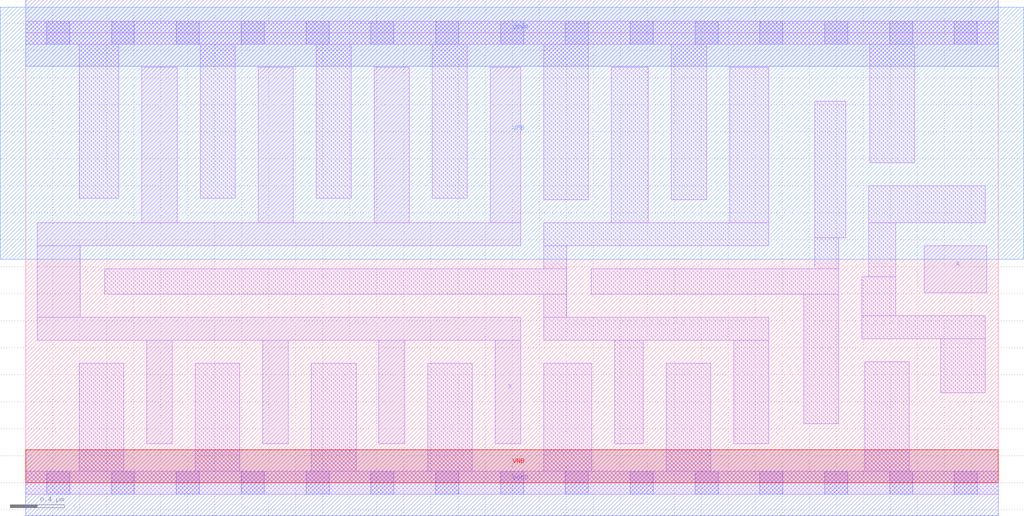
<source format=lef>
# Copyright 2020 The SkyWater PDK Authors
#
# Licensed under the Apache License, Version 2.0 (the "License");
# you may not use this file except in compliance with the License.
# You may obtain a copy of the License at
#
#     https://www.apache.org/licenses/LICENSE-2.0
#
# Unless required by applicable law or agreed to in writing, software
# distributed under the License is distributed on an "AS IS" BASIS,
# WITHOUT WARRANTIES OR CONDITIONS OF ANY KIND, either express or implied.
# See the License for the specific language governing permissions and
# limitations under the License.
#
# SPDX-License-Identifier: Apache-2.0

VERSION 5.7 ;
  NOWIREEXTENSIONATPIN ON ;
  DIVIDERCHAR "/" ;
  BUSBITCHARS "[]" ;
MACRO sky130_fd_sc_lp__bufbuf_8
  CLASS CORE ;
  FOREIGN sky130_fd_sc_lp__bufbuf_8 ;
  ORIGIN  0.000000  0.000000 ;
  SIZE  7.200000 BY  3.330000 ;
  SYMMETRY X Y R90 ;
  SITE unit ;
  PIN A
    ANTENNAGATEAREA  0.159000 ;
    DIRECTION INPUT ;
    USE SIGNAL ;
    PORT
      LAYER li1 ;
        RECT 6.650000 1.405000 7.115000 1.755000 ;
    END
  END A
  PIN X
    ANTENNADIFFAREA  2.352000 ;
    DIRECTION OUTPUT ;
    USE SIGNAL ;
    PORT
      LAYER li1 ;
        RECT 0.085000 1.055000 3.665000 1.225000 ;
        RECT 0.085000 1.225000 0.405000 1.755000 ;
        RECT 0.085000 1.755000 3.665000 1.925000 ;
        RECT 0.860000 1.925000 1.120000 3.075000 ;
        RECT 0.895000 0.290000 1.085000 1.055000 ;
        RECT 1.720000 1.925000 1.980000 3.075000 ;
        RECT 1.755000 0.290000 1.945000 1.055000 ;
        RECT 2.580000 1.925000 2.840000 3.075000 ;
        RECT 2.615000 0.290000 2.805000 1.055000 ;
        RECT 3.440000 1.925000 3.665000 3.075000 ;
        RECT 3.475000 0.290000 3.665000 1.055000 ;
    END
  END X
  PIN VGND
    DIRECTION INOUT ;
    USE GROUND ;
    PORT
      LAYER met1 ;
        RECT 0.000000 -0.245000 7.200000 0.245000 ;
    END
  END VGND
  PIN VNB
    DIRECTION INOUT ;
    USE GROUND ;
    PORT
      LAYER pwell ;
        RECT 0.000000 0.000000 7.200000 0.245000 ;
    END
  END VNB
  PIN VPB
    DIRECTION INOUT ;
    USE POWER ;
    PORT
      LAYER nwell ;
        RECT -0.190000 1.655000 7.390000 3.520000 ;
    END
  END VPB
  PIN VPWR
    DIRECTION INOUT ;
    USE POWER ;
    PORT
      LAYER met1 ;
        RECT 0.000000 3.085000 7.200000 3.575000 ;
    END
  END VPWR
  OBS
    LAYER li1 ;
      RECT 0.000000 -0.085000 7.200000 0.085000 ;
      RECT 0.000000  3.245000 7.200000 3.415000 ;
      RECT 0.395000  0.085000 0.725000 0.885000 ;
      RECT 0.395000  2.105000 0.690000 3.245000 ;
      RECT 0.585000  1.395000 4.005000 1.585000 ;
      RECT 1.255000  0.085000 1.585000 0.885000 ;
      RECT 1.290000  2.105000 1.550000 3.245000 ;
      RECT 2.115000  0.085000 2.445000 0.885000 ;
      RECT 2.150000  2.105000 2.410000 3.245000 ;
      RECT 2.975000  0.085000 3.305000 0.885000 ;
      RECT 3.010000  2.105000 3.270000 3.245000 ;
      RECT 3.835000  0.085000 4.190000 0.885000 ;
      RECT 3.835000  1.055000 5.500000 1.225000 ;
      RECT 3.835000  1.225000 4.005000 1.395000 ;
      RECT 3.835000  1.585000 4.005000 1.755000 ;
      RECT 3.835000  1.755000 5.500000 1.925000 ;
      RECT 3.835000  2.095000 4.165000 3.245000 ;
      RECT 4.185000  1.395000 6.020000 1.585000 ;
      RECT 4.335000  1.925000 4.610000 3.075000 ;
      RECT 4.360000  0.290000 4.570000 1.055000 ;
      RECT 4.740000  0.085000 5.070000 0.885000 ;
      RECT 4.780000  2.095000 5.040000 3.245000 ;
      RECT 5.210000  1.925000 5.500000 3.075000 ;
      RECT 5.240000  0.290000 5.500000 1.055000 ;
      RECT 5.760000  0.435000 6.020000 1.395000 ;
      RECT 5.840000  1.585000 6.020000 1.815000 ;
      RECT 5.840000  1.815000 6.070000 2.825000 ;
      RECT 6.190000  1.065000 7.105000 1.235000 ;
      RECT 6.190000  1.235000 6.440000 1.525000 ;
      RECT 6.210000  0.085000 6.540000 0.895000 ;
      RECT 6.240000  1.525000 6.440000 1.925000 ;
      RECT 6.240000  1.925000 7.105000 2.200000 ;
      RECT 6.250000  2.370000 6.580000 3.245000 ;
      RECT 6.775000  0.665000 7.105000 1.065000 ;
    LAYER mcon ;
      RECT 0.155000 -0.085000 0.325000 0.085000 ;
      RECT 0.155000  3.245000 0.325000 3.415000 ;
      RECT 0.635000 -0.085000 0.805000 0.085000 ;
      RECT 0.635000  3.245000 0.805000 3.415000 ;
      RECT 1.115000 -0.085000 1.285000 0.085000 ;
      RECT 1.115000  3.245000 1.285000 3.415000 ;
      RECT 1.595000 -0.085000 1.765000 0.085000 ;
      RECT 1.595000  3.245000 1.765000 3.415000 ;
      RECT 2.075000 -0.085000 2.245000 0.085000 ;
      RECT 2.075000  3.245000 2.245000 3.415000 ;
      RECT 2.555000 -0.085000 2.725000 0.085000 ;
      RECT 2.555000  3.245000 2.725000 3.415000 ;
      RECT 3.035000 -0.085000 3.205000 0.085000 ;
      RECT 3.035000  3.245000 3.205000 3.415000 ;
      RECT 3.515000 -0.085000 3.685000 0.085000 ;
      RECT 3.515000  3.245000 3.685000 3.415000 ;
      RECT 3.995000 -0.085000 4.165000 0.085000 ;
      RECT 3.995000  3.245000 4.165000 3.415000 ;
      RECT 4.475000 -0.085000 4.645000 0.085000 ;
      RECT 4.475000  3.245000 4.645000 3.415000 ;
      RECT 4.955000 -0.085000 5.125000 0.085000 ;
      RECT 4.955000  3.245000 5.125000 3.415000 ;
      RECT 5.435000 -0.085000 5.605000 0.085000 ;
      RECT 5.435000  3.245000 5.605000 3.415000 ;
      RECT 5.915000 -0.085000 6.085000 0.085000 ;
      RECT 5.915000  3.245000 6.085000 3.415000 ;
      RECT 6.395000 -0.085000 6.565000 0.085000 ;
      RECT 6.395000  3.245000 6.565000 3.415000 ;
      RECT 6.875000 -0.085000 7.045000 0.085000 ;
      RECT 6.875000  3.245000 7.045000 3.415000 ;
  END
END sky130_fd_sc_lp__bufbuf_8
END LIBRARY

</source>
